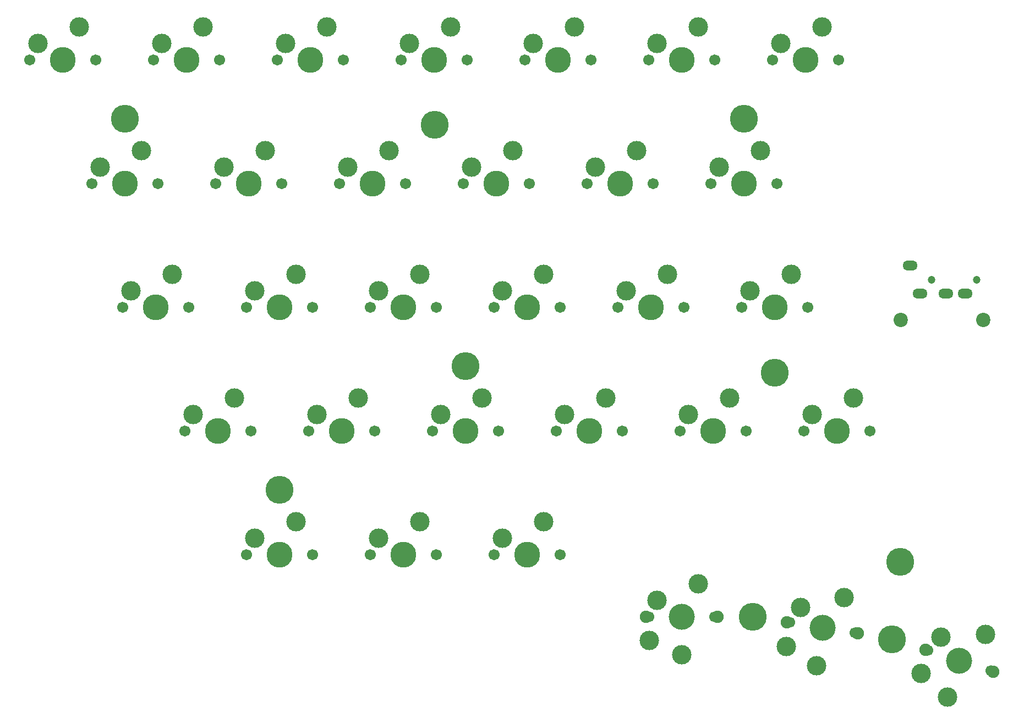
<source format=gts>
%TF.GenerationSoftware,KiCad,Pcbnew,7.0.10*%
%TF.CreationDate,2024-02-19T14:02:23+09:00*%
%TF.ProjectId,keyball-row-staggered-left,6b657962-616c-46c2-9d72-6f772d737461,rev?*%
%TF.SameCoordinates,Original*%
%TF.FileFunction,Soldermask,Top*%
%TF.FilePolarity,Negative*%
%FSLAX46Y46*%
G04 Gerber Fmt 4.6, Leading zero omitted, Abs format (unit mm)*
G04 Created by KiCad (PCBNEW 7.0.10) date 2024-02-19 14:02:23*
%MOMM*%
%LPD*%
G01*
G04 APERTURE LIST*
%ADD10C,1.701800*%
%ADD11C,3.000000*%
%ADD12C,3.987800*%
%ADD13C,1.900000*%
%ADD14C,1.700000*%
%ADD15C,4.000000*%
%ADD16C,2.200000*%
%ADD17C,4.300000*%
%ADD18C,1.200000*%
%ADD19O,2.300000X1.500000*%
G04 APERTURE END LIST*
D10*
%TO.C,SW8*%
X33020000Y-47625000D03*
D11*
X34290000Y-45085000D03*
D12*
X38100000Y-47625000D03*
D11*
X40640000Y-42545000D03*
D10*
X43180000Y-47625000D03*
%TD*%
%TO.C,SW26*%
X56832500Y-104775000D03*
D11*
X58102500Y-102235000D03*
D12*
X61912500Y-104775000D03*
D11*
X64452500Y-99695000D03*
D10*
X66992500Y-104775000D03*
%TD*%
D13*
%TO.C,SW29*%
X118325000Y-114300000D03*
D14*
X118745000Y-114300000D03*
D11*
X118825000Y-118000000D03*
X120015000Y-111760000D03*
D15*
X123825000Y-114300000D03*
D11*
X123825000Y-120200000D03*
X126365000Y-109220000D03*
D14*
X128905000Y-114300000D03*
D13*
X129325000Y-114300000D03*
%TD*%
%TO.C,SW31*%
X161275299Y-119362269D03*
D14*
X161674743Y-119492056D03*
D11*
X160607465Y-123035686D03*
X163667488Y-117468824D03*
D15*
X166506110Y-121061862D03*
D11*
X164682910Y-126673095D03*
X170491600Y-117015398D03*
D14*
X171337477Y-122631668D03*
D13*
X171736921Y-122761455D03*
%TD*%
D16*
%TO.C,J2*%
X157480000Y-68580000D03*
%TD*%
D10*
%TO.C,SW24*%
X123507500Y-85725000D03*
D11*
X124777500Y-83185000D03*
D12*
X128587500Y-85725000D03*
D11*
X131127500Y-80645000D03*
D10*
X133667500Y-85725000D03*
%TD*%
%TO.C,SW3*%
X61595000Y-28575000D03*
D11*
X62865000Y-26035000D03*
D12*
X66675000Y-28575000D03*
D11*
X69215000Y-23495000D03*
D10*
X71755000Y-28575000D03*
%TD*%
D13*
%TO.C,SW30*%
X139996205Y-115140265D03*
D14*
X140411034Y-115205968D03*
D11*
X139911242Y-118872930D03*
X142062742Y-112895911D03*
D15*
X145428491Y-116000655D03*
D11*
X144505528Y-121828016D03*
X148731906Y-111380542D03*
D14*
X150445948Y-116795342D03*
D13*
X150860777Y-116861045D03*
%TD*%
D17*
%TO.C,J6*%
X133350000Y-37592000D03*
%TD*%
D10*
%TO.C,SW10*%
X71120000Y-47625000D03*
D11*
X72390000Y-45085000D03*
D12*
X76200000Y-47625000D03*
D11*
X78740000Y-42545000D03*
D10*
X81280000Y-47625000D03*
%TD*%
D17*
%TO.C,J9*%
X61925200Y-94742000D03*
%TD*%
D10*
%TO.C,SW7*%
X137795000Y-28575000D03*
D11*
X139065000Y-26035000D03*
D12*
X142875000Y-28575000D03*
D11*
X145415000Y-23495000D03*
D10*
X147955000Y-28575000D03*
%TD*%
%TO.C,SW15*%
X56832500Y-66675000D03*
D11*
X58102500Y-64135000D03*
D12*
X61912500Y-66675000D03*
D11*
X64452500Y-61595000D03*
D10*
X66992500Y-66675000D03*
%TD*%
D17*
%TO.C,J8*%
X138099800Y-76708000D03*
%TD*%
D10*
%TO.C,SW12*%
X109220000Y-47625000D03*
D11*
X110490000Y-45085000D03*
D12*
X114300000Y-47625000D03*
D11*
X116840000Y-42545000D03*
D10*
X119380000Y-47625000D03*
%TD*%
%TO.C,SW28*%
X94932500Y-104775000D03*
D11*
X96202500Y-102235000D03*
D12*
X100012500Y-104775000D03*
D11*
X102552500Y-99695000D03*
D10*
X105092500Y-104775000D03*
%TD*%
%TO.C,SW21*%
X66357500Y-85725000D03*
D11*
X67627500Y-83185000D03*
D12*
X71437500Y-85725000D03*
D11*
X73977500Y-80645000D03*
D10*
X76517500Y-85725000D03*
%TD*%
%TO.C,SW2*%
X42545000Y-28575000D03*
D11*
X43815000Y-26035000D03*
D12*
X47625000Y-28575000D03*
D11*
X50165000Y-23495000D03*
D10*
X52705000Y-28575000D03*
%TD*%
%TO.C,SW4*%
X80645000Y-28575000D03*
D11*
X81915000Y-26035000D03*
D12*
X85725000Y-28575000D03*
D11*
X88265000Y-23495000D03*
D10*
X90805000Y-28575000D03*
%TD*%
D17*
%TO.C,J5*%
X85750400Y-38582600D03*
%TD*%
D10*
%TO.C,SW25*%
X142557500Y-85725000D03*
D11*
X143827500Y-83185000D03*
D12*
X147637500Y-85725000D03*
D11*
X150177500Y-80645000D03*
D10*
X152717500Y-85725000D03*
%TD*%
%TO.C,SW9*%
X52070000Y-47625000D03*
D11*
X53340000Y-45085000D03*
D12*
X57150000Y-47625000D03*
D11*
X59690000Y-42545000D03*
D10*
X62230000Y-47625000D03*
%TD*%
D17*
%TO.C,J10*%
X157378400Y-105867200D03*
%TD*%
%TO.C,J7*%
X90500200Y-75692000D03*
%TD*%
D10*
%TO.C,SW17*%
X94932500Y-66675000D03*
D11*
X96202500Y-64135000D03*
D12*
X100012500Y-66675000D03*
D11*
X102552500Y-61595000D03*
D10*
X105092500Y-66675000D03*
%TD*%
%TO.C,SW18*%
X113982500Y-66675000D03*
D11*
X115252500Y-64135000D03*
D12*
X119062500Y-66675000D03*
D11*
X121602500Y-61595000D03*
D10*
X124142500Y-66675000D03*
%TD*%
%TO.C,SW5*%
X99695000Y-28575000D03*
D11*
X100965000Y-26035000D03*
D12*
X104775000Y-28575000D03*
D11*
X107315000Y-23495000D03*
D10*
X109855000Y-28575000D03*
%TD*%
%TO.C,SW22*%
X85407500Y-85725000D03*
D11*
X86677500Y-83185000D03*
D12*
X90487500Y-85725000D03*
D11*
X93027500Y-80645000D03*
D10*
X95567500Y-85725000D03*
%TD*%
%TO.C,SW13*%
X128270000Y-47625000D03*
D11*
X129540000Y-45085000D03*
D12*
X133350000Y-47625000D03*
D11*
X135890000Y-42545000D03*
D10*
X138430000Y-47625000D03*
%TD*%
%TO.C,SW11*%
X90170000Y-47625000D03*
D11*
X91440000Y-45085000D03*
D12*
X95250000Y-47625000D03*
D11*
X97790000Y-42545000D03*
D10*
X100330000Y-47625000D03*
%TD*%
%TO.C,SW23*%
X104457500Y-85725000D03*
D11*
X105727500Y-83185000D03*
D12*
X109537500Y-85725000D03*
D11*
X112077500Y-80645000D03*
D10*
X114617500Y-85725000D03*
%TD*%
D17*
%TO.C,J4*%
X38100000Y-37592000D03*
%TD*%
%TO.C,J11*%
X134696200Y-114325400D03*
%TD*%
D10*
%TO.C,SW27*%
X75882500Y-104775000D03*
D11*
X77152500Y-102235000D03*
D12*
X80962500Y-104775000D03*
D11*
X83502500Y-99695000D03*
D10*
X86042500Y-104775000D03*
%TD*%
D18*
%TO.C,J1*%
X169214800Y-62382400D03*
X162214800Y-62382400D03*
D19*
X158914800Y-60232400D03*
X167414800Y-64532400D03*
X164414800Y-64532400D03*
X160414800Y-64532400D03*
%TD*%
D10*
%TO.C,SW20*%
X47307500Y-85725000D03*
D11*
X48577500Y-83185000D03*
D12*
X52387500Y-85725000D03*
D11*
X54927500Y-80645000D03*
D10*
X57467500Y-85725000D03*
%TD*%
%TO.C,SW19*%
X133032500Y-66675000D03*
D11*
X134302500Y-64135000D03*
D12*
X138112500Y-66675000D03*
D11*
X140652500Y-61595000D03*
D10*
X143192500Y-66675000D03*
%TD*%
D17*
%TO.C,J12*%
X156108400Y-117830600D03*
%TD*%
D10*
%TO.C,SW16*%
X75882500Y-66675000D03*
D11*
X77152500Y-64135000D03*
D12*
X80962500Y-66675000D03*
D11*
X83502500Y-61595000D03*
D10*
X86042500Y-66675000D03*
%TD*%
D16*
%TO.C,J3*%
X170180000Y-68580000D03*
%TD*%
D10*
%TO.C,SW14*%
X37782500Y-66675000D03*
D11*
X39052500Y-64135000D03*
D12*
X42862500Y-66675000D03*
D11*
X45402500Y-61595000D03*
D10*
X47942500Y-66675000D03*
%TD*%
%TO.C,SW6*%
X118745000Y-28575000D03*
D11*
X120015000Y-26035000D03*
D12*
X123825000Y-28575000D03*
D11*
X126365000Y-23495000D03*
D10*
X128905000Y-28575000D03*
%TD*%
%TO.C,SW1*%
X23495000Y-28575000D03*
D11*
X24765000Y-26035000D03*
D12*
X28575000Y-28575000D03*
D11*
X31115000Y-23495000D03*
D10*
X33655000Y-28575000D03*
%TD*%
M02*

</source>
